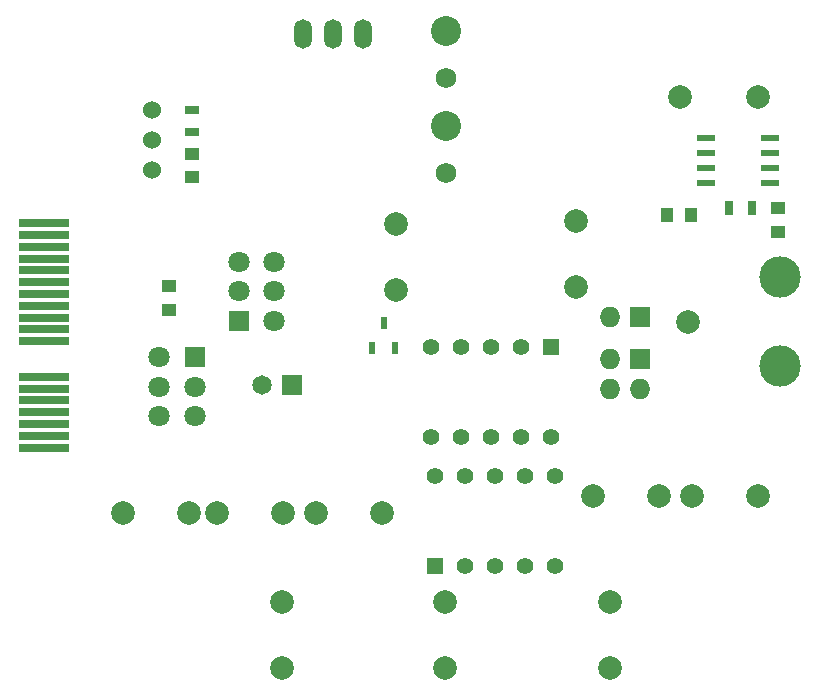
<source format=gts>
%FSLAX46Y46*%
G04 Gerber Fmt 4.6, Leading zero omitted, Abs format (unit mm)*
G04 Created by KiCad (PCBNEW (2014-10-27 BZR 5228)-product) date 13/01/2015 08:32:11*
%MOMM*%
G01*
G04 APERTURE LIST*
%ADD10C,0.100000*%
%ADD11R,1.250000X1.000000*%
%ADD12R,1.651000X1.651000*%
%ADD13C,1.651000*%
%ADD14R,4.200000X0.700000*%
%ADD15R,1.397000X1.397000*%
%ADD16C,1.397000*%
%ADD17C,1.998980*%
%ADD18C,3.500000*%
%ADD19C,2.000000*%
%ADD20R,1.727200X1.727200*%
%ADD21O,1.727200X1.727200*%
%ADD22R,0.599440X1.000760*%
%ADD23R,1.300000X0.700000*%
%ADD24R,0.700000X1.300000*%
%ADD25R,1.800000X1.800000*%
%ADD26C,1.800000*%
%ADD27C,2.540000*%
%ADD28C,1.727200*%
%ADD29R,1.550000X0.600000*%
%ADD30C,1.524000*%
%ADD31O,1.501140X2.499360*%
%ADD32R,1.000000X1.250000*%
G04 APERTURE END LIST*
D10*
D11*
X142000000Y-51600000D03*
X142000000Y-49600000D03*
X140000000Y-62800000D03*
X140000000Y-60800000D03*
D12*
X150470000Y-69200000D03*
D13*
X147930000Y-69200000D03*
D11*
X191600000Y-54200000D03*
X191600000Y-56200000D03*
D14*
X129474560Y-55468200D03*
X129474560Y-56468200D03*
X129474560Y-57468200D03*
X129474560Y-58468200D03*
X129474560Y-59468200D03*
X129474560Y-60468200D03*
X129474560Y-61468200D03*
X129474560Y-62468200D03*
X129474560Y-63468200D03*
X129474560Y-64468200D03*
X129474560Y-65468200D03*
X129474560Y-68468200D03*
X129474560Y-69468200D03*
X129474560Y-70468200D03*
X129474560Y-71468200D03*
X129474560Y-72468200D03*
X129474560Y-73468200D03*
X129474560Y-74468200D03*
D15*
X162560000Y-84455000D03*
D16*
X165100000Y-84455000D03*
X167640000Y-84455000D03*
X170180000Y-84455000D03*
X172720000Y-84455000D03*
X172720000Y-76835000D03*
X170180000Y-76835000D03*
X167640000Y-76835000D03*
X165100000Y-76835000D03*
X162560000Y-76835000D03*
D15*
X172339000Y-65913000D03*
D16*
X169799000Y-65913000D03*
X167259000Y-65913000D03*
X164719000Y-65913000D03*
X162179000Y-65913000D03*
X162179000Y-73533000D03*
X164719000Y-73533000D03*
X167259000Y-73533000D03*
X169799000Y-73533000D03*
X172339000Y-73533000D03*
D17*
X158092000Y-79996000D03*
X152504000Y-79996000D03*
X144108000Y-80004000D03*
X149696000Y-80004000D03*
X141692000Y-79996000D03*
X136104000Y-79996000D03*
X149596000Y-87508000D03*
X149596000Y-93096000D03*
X177396000Y-87508000D03*
X177396000Y-93096000D03*
X189892000Y-78596000D03*
X184304000Y-78596000D03*
X163396000Y-87508000D03*
X163396000Y-93096000D03*
X181492000Y-78596000D03*
X175904000Y-78596000D03*
X159258000Y-55499000D03*
X159258000Y-61087000D03*
X174498000Y-55245000D03*
X174498000Y-60833000D03*
D18*
X191800000Y-67600000D03*
X191800000Y-60000000D03*
D19*
X184000000Y-63800000D03*
D20*
X179870000Y-63400000D03*
D21*
X177330000Y-63400000D03*
D22*
X157247500Y-66056640D03*
X158200000Y-63943360D03*
X159152500Y-66056640D03*
D23*
X142000000Y-45850000D03*
X142000000Y-47750000D03*
D24*
X189350000Y-54200000D03*
X187450000Y-54200000D03*
D20*
X179870000Y-66930000D03*
D21*
X177330000Y-66930000D03*
X179870000Y-69470000D03*
X177330000Y-69470000D03*
D25*
X142200000Y-66800000D03*
D26*
X142200000Y-69300000D03*
X139200000Y-66800000D03*
X142200000Y-71800000D03*
X139200000Y-71800000D03*
X139200000Y-69300000D03*
D25*
X145923000Y-63741300D03*
D26*
X145923000Y-61241300D03*
X148923000Y-63741300D03*
X145923000Y-58741300D03*
X148923000Y-58741300D03*
X148923000Y-61241300D03*
D27*
X163461700Y-39199300D03*
D28*
X163461700Y-43199300D03*
D27*
X163461700Y-47199300D03*
D28*
X163461700Y-51199300D03*
D29*
X185501300Y-48234600D03*
X185501300Y-49504600D03*
X185501300Y-50774600D03*
X185501300Y-52044600D03*
X190901300Y-52044600D03*
X190901300Y-50774600D03*
X190901300Y-49504600D03*
X190901300Y-48234600D03*
D30*
X138600000Y-48460000D03*
X138600000Y-45920000D03*
X138600000Y-51000000D03*
D31*
X153893520Y-39451280D03*
X156433520Y-39451280D03*
X151353520Y-39451280D03*
D32*
X184200000Y-54800000D03*
X182200000Y-54800000D03*
D17*
X189899460Y-44800000D03*
X183300540Y-44800000D03*
M02*

</source>
